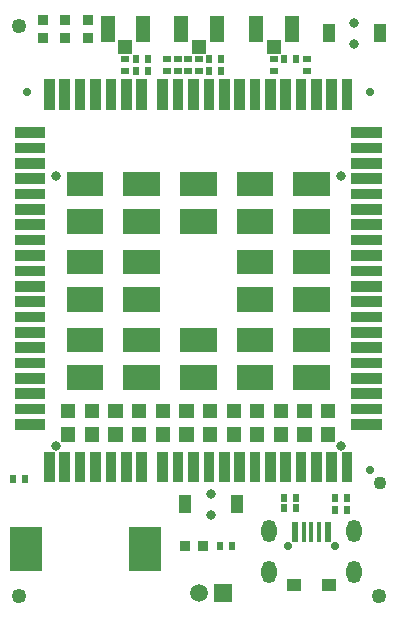
<source format=gbr>
G04 #@! TF.GenerationSoftware,KiCad,Pcbnew,5.1.5-52549c5~84~ubuntu18.04.1*
G04 #@! TF.CreationDate,2020-02-06T13:36:22+02:00*
G04 #@! TF.ProjectId,USB-gLINK_Rev_C,5553422d-674c-4494-9e4b-5f5265765f43,C*
G04 #@! TF.SameCoordinates,Original*
G04 #@! TF.FileFunction,Soldermask,Top*
G04 #@! TF.FilePolarity,Negative*
%FSLAX46Y46*%
G04 Gerber Fmt 4.6, Leading zero omitted, Abs format (unit mm)*
G04 Created by KiCad (PCBNEW 5.1.5-52549c5~84~ubuntu18.04.1) date 2020-02-06 13:36:22*
%MOMM*%
%LPD*%
G04 APERTURE LIST*
%ADD10R,0.651600X0.601600*%
%ADD11C,0.100000*%
%ADD12C,0.701600*%
%ADD13R,2.801600X3.701600*%
%ADD14C,0.801600*%
%ADD15R,0.901600X0.901600*%
%ADD16C,1.501600*%
%ADD17R,1.501600X1.501600*%
%ADD18R,0.601600X0.651600*%
%ADD19C,1.254000*%
%ADD20C,1.101600*%
%ADD21R,1.001600X1.601600*%
%ADD22R,1.151600X2.301600*%
%ADD23R,1.151600X1.151600*%
%ADD24O,1.301600X1.901600*%
%ADD25R,1.201600X1.101600*%
%ADD26R,0.601600X1.751600*%
%ADD27R,0.426600X1.751600*%
G04 APERTURE END LIST*
D10*
X140843000Y-55880000D03*
X140843000Y-54864000D03*
X141732000Y-54864000D03*
X141732000Y-55880000D03*
X142621000Y-54864000D03*
X142621000Y-55880000D03*
D11*
G36*
X141895700Y-67609200D02*
G01*
X144997300Y-67609200D01*
X144997300Y-69710800D01*
X141895700Y-69710800D01*
X141895700Y-67609200D01*
G37*
G36*
X141895700Y-64409200D02*
G01*
X144997300Y-64409200D01*
X144997300Y-66510800D01*
X141895700Y-66510800D01*
X141895700Y-64409200D01*
G37*
G36*
X137095700Y-64409200D02*
G01*
X140197300Y-64409200D01*
X140197300Y-66510800D01*
X137095700Y-66510800D01*
X137095700Y-64409200D01*
G37*
G36*
X151495700Y-67609200D02*
G01*
X154597300Y-67609200D01*
X154597300Y-69710800D01*
X151495700Y-69710800D01*
X151495700Y-67609200D01*
G37*
G36*
X146695700Y-67609200D02*
G01*
X149797300Y-67609200D01*
X149797300Y-69710800D01*
X146695700Y-69710800D01*
X146695700Y-67609200D01*
G37*
G36*
X151495700Y-64409200D02*
G01*
X154597300Y-64409200D01*
X154597300Y-66510800D01*
X151495700Y-66510800D01*
X151495700Y-64409200D01*
G37*
G36*
X137095700Y-67609200D02*
G01*
X140197300Y-67609200D01*
X140197300Y-69710800D01*
X137095700Y-69710800D01*
X137095700Y-67609200D01*
G37*
G36*
X146695700Y-64409200D02*
G01*
X149797300Y-64409200D01*
X149797300Y-66510800D01*
X146695700Y-66510800D01*
X146695700Y-64409200D01*
G37*
G36*
X132295700Y-64409200D02*
G01*
X135397300Y-64409200D01*
X135397300Y-66510800D01*
X132295700Y-66510800D01*
X132295700Y-64409200D01*
G37*
G36*
X132295700Y-67609200D02*
G01*
X135397300Y-67609200D01*
X135397300Y-69710800D01*
X132295700Y-69710800D01*
X132295700Y-67609200D01*
G37*
G36*
X146695700Y-74209200D02*
G01*
X149797300Y-74209200D01*
X149797300Y-76310800D01*
X146695700Y-76310800D01*
X146695700Y-74209200D01*
G37*
G36*
X146695700Y-71009200D02*
G01*
X149797300Y-71009200D01*
X149797300Y-73110800D01*
X146695700Y-73110800D01*
X146695700Y-71009200D01*
G37*
G36*
X137095700Y-71009200D02*
G01*
X140197300Y-71009200D01*
X140197300Y-73110800D01*
X137095700Y-73110800D01*
X137095700Y-71009200D01*
G37*
G36*
X151495700Y-74209200D02*
G01*
X154597300Y-74209200D01*
X154597300Y-76310800D01*
X151495700Y-76310800D01*
X151495700Y-74209200D01*
G37*
G36*
X151495700Y-71009200D02*
G01*
X154597300Y-71009200D01*
X154597300Y-73110800D01*
X151495700Y-73110800D01*
X151495700Y-71009200D01*
G37*
G36*
X137095700Y-74209200D02*
G01*
X140197300Y-74209200D01*
X140197300Y-76310800D01*
X137095700Y-76310800D01*
X137095700Y-74209200D01*
G37*
G36*
X132295700Y-71009200D02*
G01*
X135397300Y-71009200D01*
X135397300Y-73110800D01*
X132295700Y-73110800D01*
X132295700Y-71009200D01*
G37*
G36*
X132295700Y-74209200D02*
G01*
X135397300Y-74209200D01*
X135397300Y-76310800D01*
X132295700Y-76310800D01*
X132295700Y-74209200D01*
G37*
G36*
X141895700Y-77609200D02*
G01*
X144997300Y-77609200D01*
X144997300Y-79710800D01*
X141895700Y-79710800D01*
X141895700Y-77609200D01*
G37*
G36*
X146695700Y-77609200D02*
G01*
X149797300Y-77609200D01*
X149797300Y-79710800D01*
X146695700Y-79710800D01*
X146695700Y-77609200D01*
G37*
G36*
X151495700Y-77609200D02*
G01*
X154597300Y-77609200D01*
X154597300Y-79710800D01*
X151495700Y-79710800D01*
X151495700Y-77609200D01*
G37*
G36*
X137095700Y-77609200D02*
G01*
X140197300Y-77609200D01*
X140197300Y-79710800D01*
X137095700Y-79710800D01*
X137095700Y-77609200D01*
G37*
G36*
X132295700Y-77609200D02*
G01*
X135397300Y-77609200D01*
X135397300Y-79710800D01*
X132295700Y-79710800D01*
X132295700Y-77609200D01*
G37*
G36*
X151495700Y-80809200D02*
G01*
X154597300Y-80809200D01*
X154597300Y-82910800D01*
X151495700Y-82910800D01*
X151495700Y-80809200D01*
G37*
G36*
X146695700Y-80809200D02*
G01*
X149797300Y-80809200D01*
X149797300Y-82910800D01*
X146695700Y-82910800D01*
X146695700Y-80809200D01*
G37*
G36*
X141895700Y-80809200D02*
G01*
X144997300Y-80809200D01*
X144997300Y-82910800D01*
X141895700Y-82910800D01*
X141895700Y-80809200D01*
G37*
G36*
X137095700Y-80809200D02*
G01*
X140197300Y-80809200D01*
X140197300Y-82910800D01*
X137095700Y-82910800D01*
X137095700Y-80809200D01*
G37*
G36*
X132295700Y-80809200D02*
G01*
X135397300Y-80809200D01*
X135397300Y-82910800D01*
X132295700Y-82910800D01*
X132295700Y-80809200D01*
G37*
D12*
X157946500Y-57660000D03*
D11*
G36*
X143845700Y-84059200D02*
G01*
X145047300Y-84059200D01*
X145047300Y-85260800D01*
X143845700Y-85260800D01*
X143845700Y-84059200D01*
G37*
G36*
X149845700Y-86059200D02*
G01*
X151047300Y-86059200D01*
X151047300Y-87260800D01*
X149845700Y-87260800D01*
X149845700Y-86059200D01*
G37*
G36*
X145845700Y-84059200D02*
G01*
X147047300Y-84059200D01*
X147047300Y-85260800D01*
X145845700Y-85260800D01*
X145845700Y-84059200D01*
G37*
G36*
X151845700Y-84059200D02*
G01*
X153047300Y-84059200D01*
X153047300Y-85260800D01*
X151845700Y-85260800D01*
X151845700Y-84059200D01*
G37*
G36*
X149845700Y-84059200D02*
G01*
X151047300Y-84059200D01*
X151047300Y-85260800D01*
X149845700Y-85260800D01*
X149845700Y-84059200D01*
G37*
G36*
X143845700Y-86059200D02*
G01*
X145047300Y-86059200D01*
X145047300Y-87260800D01*
X143845700Y-87260800D01*
X143845700Y-86059200D01*
G37*
G36*
X147845700Y-84059200D02*
G01*
X149047300Y-84059200D01*
X149047300Y-85260800D01*
X147845700Y-85260800D01*
X147845700Y-84059200D01*
G37*
G36*
X147845700Y-86059200D02*
G01*
X149047300Y-86059200D01*
X149047300Y-87260800D01*
X147845700Y-87260800D01*
X147845700Y-86059200D01*
G37*
G36*
X153845700Y-84059200D02*
G01*
X155047300Y-84059200D01*
X155047300Y-85260800D01*
X153845700Y-85260800D01*
X153845700Y-84059200D01*
G37*
G36*
X153845700Y-86059200D02*
G01*
X155047300Y-86059200D01*
X155047300Y-87260800D01*
X153845700Y-87260800D01*
X153845700Y-86059200D01*
G37*
G36*
X145845700Y-86059200D02*
G01*
X147047300Y-86059200D01*
X147047300Y-87260800D01*
X145845700Y-87260800D01*
X145845700Y-86059200D01*
G37*
G36*
X151845700Y-86059200D02*
G01*
X153047300Y-86059200D01*
X153047300Y-87260800D01*
X151845700Y-87260800D01*
X151845700Y-86059200D01*
G37*
G36*
X141845700Y-84059200D02*
G01*
X143047300Y-84059200D01*
X143047300Y-85260800D01*
X141845700Y-85260800D01*
X141845700Y-84059200D01*
G37*
G36*
X141845700Y-86059200D02*
G01*
X143047300Y-86059200D01*
X143047300Y-87260800D01*
X141845700Y-87260800D01*
X141845700Y-86059200D01*
G37*
G36*
X139845700Y-86059200D02*
G01*
X141047300Y-86059200D01*
X141047300Y-87260800D01*
X139845700Y-87260800D01*
X139845700Y-86059200D01*
G37*
G36*
X139845700Y-84059200D02*
G01*
X141047300Y-84059200D01*
X141047300Y-85260800D01*
X139845700Y-85260800D01*
X139845700Y-84059200D01*
G37*
G36*
X137845700Y-84059200D02*
G01*
X139047300Y-84059200D01*
X139047300Y-85260800D01*
X137845700Y-85260800D01*
X137845700Y-84059200D01*
G37*
G36*
X137845700Y-86059200D02*
G01*
X139047300Y-86059200D01*
X139047300Y-87260800D01*
X137845700Y-87260800D01*
X137845700Y-86059200D01*
G37*
G36*
X135845700Y-84059200D02*
G01*
X137047300Y-84059200D01*
X137047300Y-85260800D01*
X135845700Y-85260800D01*
X135845700Y-84059200D01*
G37*
G36*
X135845700Y-86059200D02*
G01*
X137047300Y-86059200D01*
X137047300Y-87260800D01*
X135845700Y-87260800D01*
X135845700Y-86059200D01*
G37*
G36*
X133845700Y-84059200D02*
G01*
X135047300Y-84059200D01*
X135047300Y-85260800D01*
X133845700Y-85260800D01*
X133845700Y-84059200D01*
G37*
G36*
X133845700Y-86059200D02*
G01*
X135047300Y-86059200D01*
X135047300Y-87260800D01*
X133845700Y-87260800D01*
X133845700Y-86059200D01*
G37*
G36*
X131845700Y-84059200D02*
G01*
X133047300Y-84059200D01*
X133047300Y-85260800D01*
X131845700Y-85260800D01*
X131845700Y-84059200D01*
G37*
G36*
X131845700Y-86059200D02*
G01*
X133047300Y-86059200D01*
X133047300Y-87260800D01*
X131845700Y-87260800D01*
X131845700Y-86059200D01*
G37*
G36*
X127895700Y-70660800D02*
G01*
X127895700Y-69759200D01*
X130497300Y-69759200D01*
X130497300Y-70660800D01*
X127895700Y-70660800D01*
G37*
G36*
X127895700Y-68060800D02*
G01*
X127895700Y-67159200D01*
X130497300Y-67159200D01*
X130497300Y-68060800D01*
X127895700Y-68060800D01*
G37*
G36*
X127895700Y-81060800D02*
G01*
X127895700Y-80159200D01*
X130497300Y-80159200D01*
X130497300Y-81060800D01*
X127895700Y-81060800D01*
G37*
G36*
X127895700Y-78460800D02*
G01*
X127895700Y-77559200D01*
X130497300Y-77559200D01*
X130497300Y-78460800D01*
X127895700Y-78460800D01*
G37*
G36*
X127895700Y-71960800D02*
G01*
X127895700Y-71059200D01*
X130497300Y-71059200D01*
X130497300Y-71960800D01*
X127895700Y-71960800D01*
G37*
G36*
X127895700Y-74560800D02*
G01*
X127895700Y-73659200D01*
X130497300Y-73659200D01*
X130497300Y-74560800D01*
X127895700Y-74560800D01*
G37*
G36*
X127895700Y-75860800D02*
G01*
X127895700Y-74959200D01*
X130497300Y-74959200D01*
X130497300Y-75860800D01*
X127895700Y-75860800D01*
G37*
G36*
X127895700Y-66760800D02*
G01*
X127895700Y-65859200D01*
X130497300Y-65859200D01*
X130497300Y-66760800D01*
X127895700Y-66760800D01*
G37*
G36*
X127895700Y-77160800D02*
G01*
X127895700Y-76259200D01*
X130497300Y-76259200D01*
X130497300Y-77160800D01*
X127895700Y-77160800D01*
G37*
G36*
X127895700Y-84960800D02*
G01*
X127895700Y-84059200D01*
X130497300Y-84059200D01*
X130497300Y-84960800D01*
X127895700Y-84960800D01*
G37*
G36*
X127895700Y-69360800D02*
G01*
X127895700Y-68459200D01*
X130497300Y-68459200D01*
X130497300Y-69360800D01*
X127895700Y-69360800D01*
G37*
G36*
X127895700Y-64160800D02*
G01*
X127895700Y-63259200D01*
X130497300Y-63259200D01*
X130497300Y-64160800D01*
X127895700Y-64160800D01*
G37*
G36*
X127895700Y-83660800D02*
G01*
X127895700Y-82759200D01*
X130497300Y-82759200D01*
X130497300Y-83660800D01*
X127895700Y-83660800D01*
G37*
G36*
X127895700Y-61560800D02*
G01*
X127895700Y-60659200D01*
X130497300Y-60659200D01*
X130497300Y-61560800D01*
X127895700Y-61560800D01*
G37*
G36*
X127895700Y-82360800D02*
G01*
X127895700Y-81459200D01*
X130497300Y-81459200D01*
X130497300Y-82360800D01*
X127895700Y-82360800D01*
G37*
G36*
X127895700Y-73260800D02*
G01*
X127895700Y-72359200D01*
X130497300Y-72359200D01*
X130497300Y-73260800D01*
X127895700Y-73260800D01*
G37*
G36*
X127895700Y-86260800D02*
G01*
X127895700Y-85359200D01*
X130497300Y-85359200D01*
X130497300Y-86260800D01*
X127895700Y-86260800D01*
G37*
G36*
X127895700Y-79760800D02*
G01*
X127895700Y-78859200D01*
X130497300Y-78859200D01*
X130497300Y-79760800D01*
X127895700Y-79760800D01*
G37*
G36*
X127895700Y-62860800D02*
G01*
X127895700Y-61959200D01*
X130497300Y-61959200D01*
X130497300Y-62860800D01*
X127895700Y-62860800D01*
G37*
G36*
X127895700Y-65460800D02*
G01*
X127895700Y-64559200D01*
X130497300Y-64559200D01*
X130497300Y-65460800D01*
X127895700Y-65460800D01*
G37*
G36*
X156395700Y-68060800D02*
G01*
X156395700Y-67159200D01*
X158997300Y-67159200D01*
X158997300Y-68060800D01*
X156395700Y-68060800D01*
G37*
G36*
X156395700Y-65460800D02*
G01*
X156395700Y-64559200D01*
X158997300Y-64559200D01*
X158997300Y-65460800D01*
X156395700Y-65460800D01*
G37*
G36*
X156395700Y-61560800D02*
G01*
X156395700Y-60659200D01*
X158997300Y-60659200D01*
X158997300Y-61560800D01*
X156395700Y-61560800D01*
G37*
G36*
X156395700Y-62860800D02*
G01*
X156395700Y-61959200D01*
X158997300Y-61959200D01*
X158997300Y-62860800D01*
X156395700Y-62860800D01*
G37*
G36*
X156395700Y-64160800D02*
G01*
X156395700Y-63259200D01*
X158997300Y-63259200D01*
X158997300Y-64160800D01*
X156395700Y-64160800D01*
G37*
G36*
X156395700Y-71960800D02*
G01*
X156395700Y-71059200D01*
X158997300Y-71059200D01*
X158997300Y-71960800D01*
X156395700Y-71960800D01*
G37*
G36*
X156395700Y-70660800D02*
G01*
X156395700Y-69759200D01*
X158997300Y-69759200D01*
X158997300Y-70660800D01*
X156395700Y-70660800D01*
G37*
G36*
X156395700Y-69360800D02*
G01*
X156395700Y-68459200D01*
X158997300Y-68459200D01*
X158997300Y-69360800D01*
X156395700Y-69360800D01*
G37*
G36*
X156395700Y-73260800D02*
G01*
X156395700Y-72359200D01*
X158997300Y-72359200D01*
X158997300Y-73260800D01*
X156395700Y-73260800D01*
G37*
G36*
X156395700Y-66760800D02*
G01*
X156395700Y-65859200D01*
X158997300Y-65859200D01*
X158997300Y-66760800D01*
X156395700Y-66760800D01*
G37*
G36*
X156395700Y-74560800D02*
G01*
X156395700Y-73659200D01*
X158997300Y-73659200D01*
X158997300Y-74560800D01*
X156395700Y-74560800D01*
G37*
G36*
X156395700Y-75860800D02*
G01*
X156395700Y-74959200D01*
X158997300Y-74959200D01*
X158997300Y-75860800D01*
X156395700Y-75860800D01*
G37*
G36*
X156395700Y-77160800D02*
G01*
X156395700Y-76259200D01*
X158997300Y-76259200D01*
X158997300Y-77160800D01*
X156395700Y-77160800D01*
G37*
G36*
X156395700Y-78460800D02*
G01*
X156395700Y-77559200D01*
X158997300Y-77559200D01*
X158997300Y-78460800D01*
X156395700Y-78460800D01*
G37*
G36*
X156395700Y-79760800D02*
G01*
X156395700Y-78859200D01*
X158997300Y-78859200D01*
X158997300Y-79760800D01*
X156395700Y-79760800D01*
G37*
G36*
X156395700Y-81060800D02*
G01*
X156395700Y-80159200D01*
X158997300Y-80159200D01*
X158997300Y-81060800D01*
X156395700Y-81060800D01*
G37*
G36*
X156395700Y-82360800D02*
G01*
X156395700Y-81459200D01*
X158997300Y-81459200D01*
X158997300Y-82360800D01*
X156395700Y-82360800D01*
G37*
G36*
X156395700Y-83660800D02*
G01*
X156395700Y-82759200D01*
X158997300Y-82759200D01*
X158997300Y-83660800D01*
X156395700Y-83660800D01*
G37*
G36*
X156395700Y-84960800D02*
G01*
X156395700Y-84059200D01*
X158997300Y-84059200D01*
X158997300Y-84960800D01*
X156395700Y-84960800D01*
G37*
G36*
X156395700Y-86260800D02*
G01*
X156395700Y-85359200D01*
X158997300Y-85359200D01*
X158997300Y-86260800D01*
X156395700Y-86260800D01*
G37*
D12*
X128946500Y-57660000D03*
D11*
G36*
X135595700Y-56609200D02*
G01*
X136497300Y-56609200D01*
X136497300Y-59210800D01*
X135595700Y-59210800D01*
X135595700Y-56609200D01*
G37*
G36*
X139995700Y-56609200D02*
G01*
X140897300Y-56609200D01*
X140897300Y-59210800D01*
X139995700Y-59210800D01*
X139995700Y-56609200D01*
G37*
G36*
X141295700Y-56609200D02*
G01*
X142197300Y-56609200D01*
X142197300Y-59210800D01*
X141295700Y-59210800D01*
X141295700Y-56609200D01*
G37*
G36*
X132995700Y-56609200D02*
G01*
X133897300Y-56609200D01*
X133897300Y-59210800D01*
X132995700Y-59210800D01*
X132995700Y-56609200D01*
G37*
G36*
X150395700Y-56609200D02*
G01*
X151297300Y-56609200D01*
X151297300Y-59210800D01*
X150395700Y-59210800D01*
X150395700Y-56609200D01*
G37*
G36*
X147795700Y-56609200D02*
G01*
X148697300Y-56609200D01*
X148697300Y-59210800D01*
X147795700Y-59210800D01*
X147795700Y-56609200D01*
G37*
G36*
X142595700Y-56609200D02*
G01*
X143497300Y-56609200D01*
X143497300Y-59210800D01*
X142595700Y-59210800D01*
X142595700Y-56609200D01*
G37*
G36*
X143895700Y-56609200D02*
G01*
X144797300Y-56609200D01*
X144797300Y-59210800D01*
X143895700Y-59210800D01*
X143895700Y-56609200D01*
G37*
G36*
X136895700Y-56609200D02*
G01*
X137797300Y-56609200D01*
X137797300Y-59210800D01*
X136895700Y-59210800D01*
X136895700Y-56609200D01*
G37*
G36*
X134295700Y-56609200D02*
G01*
X135197300Y-56609200D01*
X135197300Y-59210800D01*
X134295700Y-59210800D01*
X134295700Y-56609200D01*
G37*
G36*
X154295700Y-56609200D02*
G01*
X155197300Y-56609200D01*
X155197300Y-59210800D01*
X154295700Y-59210800D01*
X154295700Y-56609200D01*
G37*
G36*
X155595700Y-56609200D02*
G01*
X156497300Y-56609200D01*
X156497300Y-59210800D01*
X155595700Y-59210800D01*
X155595700Y-56609200D01*
G37*
G36*
X130395700Y-56609200D02*
G01*
X131297300Y-56609200D01*
X131297300Y-59210800D01*
X130395700Y-59210800D01*
X130395700Y-56609200D01*
G37*
G36*
X145195700Y-56609200D02*
G01*
X146097300Y-56609200D01*
X146097300Y-59210800D01*
X145195700Y-59210800D01*
X145195700Y-56609200D01*
G37*
G36*
X131695700Y-56609200D02*
G01*
X132597300Y-56609200D01*
X132597300Y-59210800D01*
X131695700Y-59210800D01*
X131695700Y-56609200D01*
G37*
G36*
X149095700Y-56609200D02*
G01*
X149997300Y-56609200D01*
X149997300Y-59210800D01*
X149095700Y-59210800D01*
X149095700Y-56609200D01*
G37*
G36*
X138195700Y-56609200D02*
G01*
X139097300Y-56609200D01*
X139097300Y-59210800D01*
X138195700Y-59210800D01*
X138195700Y-56609200D01*
G37*
G36*
X151695700Y-56609200D02*
G01*
X152597300Y-56609200D01*
X152597300Y-59210800D01*
X151695700Y-59210800D01*
X151695700Y-56609200D01*
G37*
G36*
X146495700Y-56609200D02*
G01*
X147397300Y-56609200D01*
X147397300Y-59210800D01*
X146495700Y-59210800D01*
X146495700Y-56609200D01*
G37*
G36*
X152995700Y-56609200D02*
G01*
X153897300Y-56609200D01*
X153897300Y-59210800D01*
X152995700Y-59210800D01*
X152995700Y-56609200D01*
G37*
G36*
X155595700Y-88109200D02*
G01*
X156497300Y-88109200D01*
X156497300Y-90710800D01*
X155595700Y-90710800D01*
X155595700Y-88109200D01*
G37*
G36*
X154295700Y-88109200D02*
G01*
X155197300Y-88109200D01*
X155197300Y-90710800D01*
X154295700Y-90710800D01*
X154295700Y-88109200D01*
G37*
G36*
X152995700Y-88109200D02*
G01*
X153897300Y-88109200D01*
X153897300Y-90710800D01*
X152995700Y-90710800D01*
X152995700Y-88109200D01*
G37*
G36*
X151695700Y-88109200D02*
G01*
X152597300Y-88109200D01*
X152597300Y-90710800D01*
X151695700Y-90710800D01*
X151695700Y-88109200D01*
G37*
G36*
X150395700Y-88109200D02*
G01*
X151297300Y-88109200D01*
X151297300Y-90710800D01*
X150395700Y-90710800D01*
X150395700Y-88109200D01*
G37*
G36*
X149095700Y-88109200D02*
G01*
X149997300Y-88109200D01*
X149997300Y-90710800D01*
X149095700Y-90710800D01*
X149095700Y-88109200D01*
G37*
G36*
X147795700Y-88109200D02*
G01*
X148697300Y-88109200D01*
X148697300Y-90710800D01*
X147795700Y-90710800D01*
X147795700Y-88109200D01*
G37*
G36*
X146495700Y-88109200D02*
G01*
X147397300Y-88109200D01*
X147397300Y-90710800D01*
X146495700Y-90710800D01*
X146495700Y-88109200D01*
G37*
G36*
X145195700Y-88109200D02*
G01*
X146097300Y-88109200D01*
X146097300Y-90710800D01*
X145195700Y-90710800D01*
X145195700Y-88109200D01*
G37*
G36*
X143895700Y-88109200D02*
G01*
X144797300Y-88109200D01*
X144797300Y-90710800D01*
X143895700Y-90710800D01*
X143895700Y-88109200D01*
G37*
G36*
X142595700Y-88109200D02*
G01*
X143497300Y-88109200D01*
X143497300Y-90710800D01*
X142595700Y-90710800D01*
X142595700Y-88109200D01*
G37*
G36*
X141295700Y-88109200D02*
G01*
X142197300Y-88109200D01*
X142197300Y-90710800D01*
X141295700Y-90710800D01*
X141295700Y-88109200D01*
G37*
G36*
X139995700Y-88109200D02*
G01*
X140897300Y-88109200D01*
X140897300Y-90710800D01*
X139995700Y-90710800D01*
X139995700Y-88109200D01*
G37*
G36*
X138195700Y-88109200D02*
G01*
X139097300Y-88109200D01*
X139097300Y-90710800D01*
X138195700Y-90710800D01*
X138195700Y-88109200D01*
G37*
G36*
X136895700Y-88109200D02*
G01*
X137797300Y-88109200D01*
X137797300Y-90710800D01*
X136895700Y-90710800D01*
X136895700Y-88109200D01*
G37*
G36*
X135595700Y-88109200D02*
G01*
X136497300Y-88109200D01*
X136497300Y-90710800D01*
X135595700Y-90710800D01*
X135595700Y-88109200D01*
G37*
G36*
X134295700Y-88109200D02*
G01*
X135197300Y-88109200D01*
X135197300Y-90710800D01*
X134295700Y-90710800D01*
X134295700Y-88109200D01*
G37*
G36*
X132995700Y-88109200D02*
G01*
X133897300Y-88109200D01*
X133897300Y-90710800D01*
X132995700Y-90710800D01*
X132995700Y-88109200D01*
G37*
G36*
X131695700Y-88109200D02*
G01*
X132597300Y-88109200D01*
X132597300Y-90710800D01*
X131695700Y-90710800D01*
X131695700Y-88109200D01*
G37*
G36*
X130395700Y-88109200D02*
G01*
X131297300Y-88109200D01*
X131297300Y-90710800D01*
X130395700Y-90710800D01*
X130395700Y-88109200D01*
G37*
D12*
X157946500Y-89660000D03*
D13*
X138905000Y-96393000D03*
X128905000Y-96393000D03*
D14*
X155575000Y-87630000D03*
X155575000Y-64770000D03*
X131445000Y-87630000D03*
X131445000Y-64770000D03*
D15*
X130302000Y-53100899D03*
X130302000Y-51576899D03*
D16*
X143525240Y-100058220D03*
D17*
X145554700Y-100055680D03*
D18*
X155067000Y-92075000D03*
X156083000Y-92075000D03*
X138176000Y-55880000D03*
X139192000Y-55880000D03*
X138176000Y-54864000D03*
X139192000Y-54864000D03*
X144399000Y-55880000D03*
X145415000Y-55880000D03*
X144399000Y-54864000D03*
X145415000Y-54864000D03*
D15*
X143891000Y-96139000D03*
X142367000Y-96139000D03*
D19*
X128270000Y-52070000D03*
X158750000Y-100330000D03*
D20*
X158877000Y-90805000D03*
D21*
X158831501Y-52705000D03*
X154477501Y-52705000D03*
D14*
X156654501Y-53605000D03*
X156654501Y-51805000D03*
D21*
X146703000Y-92583000D03*
X142349000Y-92583000D03*
D14*
X144526000Y-93483000D03*
X144526000Y-91683000D03*
D18*
X146304000Y-96139000D03*
X145288000Y-96139000D03*
X155067000Y-93091000D03*
X156083000Y-93091000D03*
X151765000Y-92888500D03*
X150749000Y-92888500D03*
X151765000Y-92011500D03*
X150749000Y-92011500D03*
D10*
X137287000Y-55880000D03*
X137287000Y-54864000D03*
D22*
X142010000Y-52324000D03*
X145010000Y-52324000D03*
D23*
X143510000Y-53824000D03*
X137287000Y-53824000D03*
D22*
X138787000Y-52324000D03*
X135787000Y-52324000D03*
D15*
X132207000Y-51576899D03*
X132207000Y-53100899D03*
X134112000Y-51576899D03*
X134112000Y-53100899D03*
D24*
X156635000Y-98294000D03*
X156635000Y-94824000D03*
X149435000Y-94824000D03*
X149435000Y-98294000D03*
D25*
X154535000Y-99444000D03*
X151535000Y-99444000D03*
D12*
X155035000Y-96144000D03*
X151035000Y-96144000D03*
D26*
X154422500Y-94894000D03*
D27*
X153685000Y-94894000D03*
X153035000Y-94894000D03*
X152385000Y-94894000D03*
D26*
X151647500Y-94894000D03*
D22*
X148360000Y-52324000D03*
X151360000Y-52324000D03*
D23*
X149860000Y-53824000D03*
D10*
X152654000Y-54864000D03*
X152654000Y-55880000D03*
X149860000Y-55880000D03*
X149860000Y-54864000D03*
D18*
X150749000Y-54864000D03*
X151765000Y-54864000D03*
D19*
X128270000Y-100330000D03*
D10*
X143510000Y-55880000D03*
X143510000Y-54864000D03*
D18*
X127762000Y-90424000D03*
X128778000Y-90424000D03*
M02*

</source>
